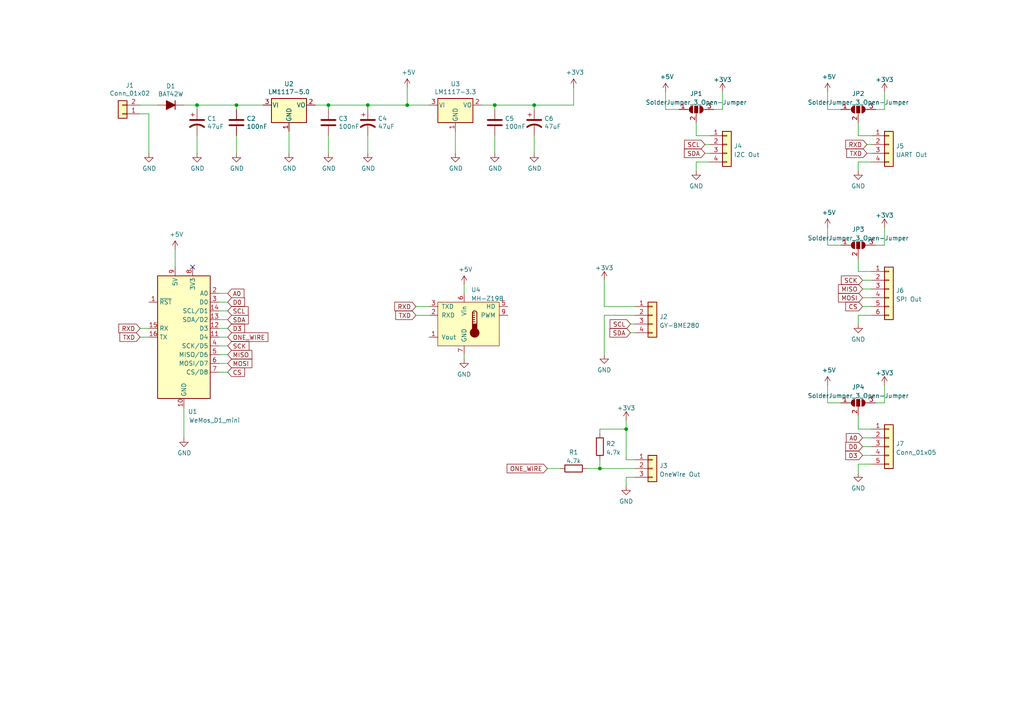
<source format=kicad_sch>
(kicad_sch (version 20211123) (generator eeschema)
  (paper "A4")
  (lib_symbols
    (symbol "Connector_Generic:Conn_01x02" (pin_names (offset 1.016) hide)
      (property "Reference" "J" (at 0 2.54 0))
      (property "Value" "Conn_01x02" (at 0 -5.08 0))
      (symbol "Conn_01x02_1_1"
        (rectangle (start -1.27 -2.413) (end 0 -2.667) (stroke (width 0.1524)))
        (rectangle (start -1.27 0.127) (end 0 -0.127) (stroke (width 0.1524)))
        (rectangle (start -1.27 1.27) (end 1.27 -3.81) (stroke (width 0.254)) (fill (type background)))
        (pin passive line (at -5.08 0 0) (length 3.81) (name "Pin_1") (number "1"))
        (pin passive line (at -5.08 -2.54 0) (length 3.81) (name "Pin_2") (number "2"))
      )
    )
    (symbol "Connector_Generic:Conn_01x03" (pin_names (offset 1.016) hide)
      (property "Reference" "J" (at 0 5.08 0))
      (property "Value" "Conn_01x03" (at 0 -5.08 0))
      (symbol "Conn_01x03_1_1"
        (rectangle (start -1.27 -2.413) (end 0 -2.667) (stroke (width 0.1524)))
        (rectangle (start -1.27 0.127) (end 0 -0.127) (stroke (width 0.1524)))
        (rectangle (start -1.27 2.667) (end 0 2.413) (stroke (width 0.1524)))
        (rectangle (start -1.27 3.81) (end 1.27 -3.81) (stroke (width 0.254)) (fill (type background)))
        (pin passive line (at -5.08 2.54 0) (length 3.81) (name "Pin_1") (number "1"))
        (pin passive line (at -5.08 0 0) (length 3.81) (name "Pin_2") (number "2"))
        (pin passive line (at -5.08 -2.54 0) (length 3.81) (name "Pin_3") (number "3"))
      )
    )
    (symbol "Connector_Generic:Conn_01x04" (pin_names (offset 1.016) hide)
      (property "Reference" "J" (at 0 5.08 0))
      (property "Value" "Conn_01x04" (at 0 -7.62 0))
      (symbol "Conn_01x04_1_1"
        (rectangle (start -1.27 -4.953) (end 0 -5.207) (stroke (width 0.1524)))
        (rectangle (start -1.27 -2.413) (end 0 -2.667) (stroke (width 0.1524)))
        (rectangle (start -1.27 0.127) (end 0 -0.127) (stroke (width 0.1524)))
        (rectangle (start -1.27 2.667) (end 0 2.413) (stroke (width 0.1524)))
        (rectangle (start -1.27 3.81) (end 1.27 -6.35) (stroke (width 0.254)) (fill (type background)))
        (pin passive line (at -5.08 2.54 0) (length 3.81) (name "Pin_1") (number "1"))
        (pin passive line (at -5.08 0 0) (length 3.81) (name "Pin_2") (number "2"))
        (pin passive line (at -5.08 -2.54 0) (length 3.81) (name "Pin_3") (number "3"))
        (pin passive line (at -5.08 -5.08 0) (length 3.81) (name "Pin_4") (number "4"))
      )
    )
    (symbol "Connector_Generic:Conn_01x05" (pin_names (offset 1.016) hide)
      (property "Reference" "J" (at 0 7.62 0))
      (property "Value" "Conn_01x05" (at 0 -7.62 0))
      (symbol "Conn_01x05_1_1"
        (rectangle (start -1.27 -4.953) (end 0 -5.207) (stroke (width 0.1524)))
        (rectangle (start -1.27 -2.413) (end 0 -2.667) (stroke (width 0.1524)))
        (rectangle (start -1.27 0.127) (end 0 -0.127) (stroke (width 0.1524)))
        (rectangle (start -1.27 2.667) (end 0 2.413) (stroke (width 0.1524)))
        (rectangle (start -1.27 5.207) (end 0 4.953) (stroke (width 0.1524)))
        (rectangle (start -1.27 6.35) (end 1.27 -6.35) (stroke (width 0.254)) (fill (type background)))
        (pin passive line (at -5.08 5.08 0) (length 3.81) (name "Pin_1") (number "1"))
        (pin passive line (at -5.08 2.54 0) (length 3.81) (name "Pin_2") (number "2"))
        (pin passive line (at -5.08 0 0) (length 3.81) (name "Pin_3") (number "3"))
        (pin passive line (at -5.08 -2.54 0) (length 3.81) (name "Pin_4") (number "4"))
        (pin passive line (at -5.08 -5.08 0) (length 3.81) (name "Pin_5") (number "5"))
      )
    )
    (symbol "Connector_Generic:Conn_01x06" (pin_names (offset 1.016) hide)
      (property "Reference" "J" (at 0 7.62 0))
      (property "Value" "Conn_01x06" (at 0 -10.16 0))
      (symbol "Conn_01x06_1_1"
        (rectangle (start -1.27 -7.493) (end 0 -7.747) (stroke (width 0.1524)))
        (rectangle (start -1.27 -4.953) (end 0 -5.207) (stroke (width 0.1524)))
        (rectangle (start -1.27 -2.413) (end 0 -2.667) (stroke (width 0.1524)))
        (rectangle (start -1.27 0.127) (end 0 -0.127) (stroke (width 0.1524)))
        (rectangle (start -1.27 2.667) (end 0 2.413) (stroke (width 0.1524)))
        (rectangle (start -1.27 5.207) (end 0 4.953) (stroke (width 0.1524)))
        (rectangle (start -1.27 6.35) (end 1.27 -8.89) (stroke (width 0.254)) (fill (type background)))
        (pin passive line (at -5.08 5.08 0) (length 3.81) (name "Pin_1") (number "1"))
        (pin passive line (at -5.08 2.54 0) (length 3.81) (name "Pin_2") (number "2"))
        (pin passive line (at -5.08 0 0) (length 3.81) (name "Pin_3") (number "3"))
        (pin passive line (at -5.08 -2.54 0) (length 3.81) (name "Pin_4") (number "4"))
        (pin passive line (at -5.08 -5.08 0) (length 3.81) (name "Pin_5") (number "5"))
        (pin passive line (at -5.08 -7.62 0) (length 3.81) (name "Pin_6") (number "6"))
      )
    )
    (symbol "Device:C" (pin_numbers hide) (pin_names (offset 0.254))
      (property "Reference" "C" (at 0.635 2.54 0))
      (property "Value" "C" (at 0.635 -2.54 0))
      (symbol "C_0_1"
        (polyline (pts (xy -2.032 -0.762) (xy 2.032 -0.762)) (stroke (width 0.508)))
        (polyline (pts (xy -2.032 0.762) (xy 2.032 0.762)) (stroke (width 0.508)))
      )
      (symbol "C_1_1"
        (pin passive line (at 0 3.81 270) (length 2.794) (name "~") (number "1"))
        (pin passive line (at 0 -3.81 90) (length 2.794) (name "~") (number "2"))
      )
    )
    (symbol "Device:R" (pin_numbers hide) (pin_names (offset 0))
      (property "Reference" "R" (at 2.032 0 90))
      (property "Value" "R" (at 0 0 90))
      (symbol "R_0_1"
        (rectangle (start -1.016 -2.54) (end 1.016 2.54) (stroke (width 0.254)))
      )
      (symbol "R_1_1"
        (pin passive line (at 0 3.81 270) (length 1.27) (name "~") (number "1"))
        (pin passive line (at 0 -3.81 90) (length 1.27) (name "~") (number "2"))
      )
    )
    (symbol "MCU_Module:WeMos_D1_mini"
      (property "Reference" "U" (at 3.81 19.05 0))
      (property "Value" "WeMos_D1_mini" (at 1.27 -19.05 0))
      (symbol "WeMos_D1_mini_1_1"
        (rectangle (start -7.62 17.78) (end 7.62 -17.78) (stroke (width 0.254)) (fill (type background)))
        (pin input line (at -10.16 10.16 0) (length 2.54) (name "~{RST}") (number "1"))
        (pin power_in line (at 0 -20.32 90) (length 2.54) (name "GND") (number "10"))
        (pin bidirectional line (at 10.16 0 180) (length 2.54) (name "D4") (number "11"))
        (pin bidirectional line (at 10.16 2.54 180) (length 2.54) (name "D3") (number "12"))
        (pin bidirectional line (at 10.16 5.08 180) (length 2.54) (name "SDA/D2") (number "13"))
        (pin bidirectional line (at 10.16 7.62 180) (length 2.54) (name "SCL/D1") (number "14"))
        (pin input line (at -10.16 2.54 0) (length 2.54) (name "RX") (number "15"))
        (pin output line (at -10.16 0 0) (length 2.54) (name "TX") (number "16"))
        (pin input line (at 10.16 12.7 180) (length 2.54) (name "A0") (number "2"))
        (pin bidirectional line (at 10.16 10.16 180) (length 2.54) (name "D0") (number "3"))
        (pin bidirectional line (at 10.16 -2.54 180) (length 2.54) (name "SCK/D5") (number "4"))
        (pin bidirectional line (at 10.16 -5.08 180) (length 2.54) (name "MISO/D6") (number "5"))
        (pin bidirectional line (at 10.16 -7.62 180) (length 2.54) (name "MOSI/D7") (number "6"))
        (pin bidirectional line (at 10.16 -10.16 180) (length 2.54) (name "CS/D8") (number "7"))
        (pin power_out line (at 2.54 20.32 270) (length 2.54) (name "3V3") (number "8"))
        (pin power_in line (at -2.54 20.32 270) (length 2.54) (name "5V") (number "9"))
      )
    )
    (symbol "Regulator_Linear:LM1117-3.3" (pin_names (offset 0.254))
      (property "Reference" "U" (at -3.81 3.175 0))
      (property "Value" "LM1117-3.3" (at 0 3.175 0))
      (symbol "LM1117-3.3_0_1"
        (rectangle (start -5.08 -5.08) (end 5.08 1.905) (stroke (width 0.254)) (fill (type background)))
      )
      (symbol "LM1117-3.3_1_1"
        (pin power_in line (at 0 -7.62 90) (length 2.54) (name "GND") (number "1"))
        (pin power_out line (at 7.62 0 180) (length 2.54) (name "VO") (number "2"))
        (pin power_in line (at -7.62 0 0) (length 2.54) (name "VI") (number "3"))
      )
    )
    (symbol "Regulator_Linear:LM1117-5.0" (pin_names (offset 0.254))
      (property "Reference" "U" (at -3.81 3.175 0))
      (property "Value" "LM1117-5.0" (at 0 3.175 0))
      (symbol "LM1117-5.0_0_1"
        (rectangle (start -5.08 -5.08) (end 5.08 1.905) (stroke (width 0.254)) (fill (type background)))
      )
      (symbol "LM1117-5.0_1_1"
        (pin power_in line (at 0 -7.62 90) (length 2.54) (name "GND") (number "1"))
        (pin power_out line (at 7.62 0 180) (length 2.54) (name "VO") (number "2"))
        (pin power_in line (at -7.62 0 0) (length 2.54) (name "VI") (number "3"))
      )
    )
    (symbol "esp8266-homenode-rescue:CP1-Device" (pin_numbers hide) (pin_names (offset 0.254) hide)
      (property "Reference" "C" (at 0.635 2.54 0))
      (property "Value" "CP1-Device" (at 0.635 -2.54 0))
      (symbol "CP1-Device_0_1"
        (polyline (pts (xy -2.032 0.762) (xy 2.032 0.762)) (stroke (width 0.508)))
        (polyline (pts (xy -1.778 2.286) (xy -0.762 2.286)))
        (polyline (pts (xy -1.27 1.778) (xy -1.27 2.794)))
        (arc (start 2.032 -1.27) (mid 0 -0.5572) (end -2.032 -1.27) (stroke (width 0.508)))
      )
      (symbol "CP1-Device_1_1"
        (pin passive line (at 0 3.81 270) (length 2.794) (name "~") (number "1"))
        (pin passive line (at 0 -3.81 90) (length 3.302) (name "~") (number "2"))
      )
    )
    (symbol "esp8266-homenode-rescue:D_ALT-Device" (pin_numbers hide) (pin_names (offset 1.016) hide)
      (property "Reference" "D" (at 0 2.54 0))
      (property "Value" "D_ALT-Device" (at 0 -2.54 0))
      (symbol "D_ALT-Device_0_1"
        (polyline (pts (xy -1.27 1.27) (xy -1.27 -1.27)) (stroke (width 0.254)))
        (polyline (pts (xy 1.27 0) (xy -1.27 0)))
        (polyline (pts (xy 1.27 1.27) (xy 1.27 -1.27) (xy -1.27 0) (xy 1.27 1.27)) (stroke (width 0.254)) (fill (type outline)))
      )
      (symbol "D_ALT-Device_1_1"
        (pin passive line (at -3.81 0 0) (length 2.54) (name "K") (number "1"))
        (pin passive line (at 3.81 0 180) (length 2.54) (name "A") (number "2"))
      )
    )
    (symbol "esp8266-homenode-rescue:SolderJumper_3_Open-Jumper" (pin_names (offset 0) hide)
      (property "Reference" "JP" (at -2.54 -2.54 0))
      (property "Value" "SolderJumper_3_Open-Jumper" (at 0 2.794 0))
      (symbol "SolderJumper_3_Open-Jumper_0_1"
        (arc (start -1.016 1.016) (mid -2.032 0) (end -1.016 -1.016))
        (arc (start -1.016 1.016) (mid -2.032 0) (end -1.016 -1.016) (fill (type outline)))
        (rectangle (start -0.508 1.016) (end 0.508 -1.016) (fill (type outline)))
        (polyline (pts (xy -2.54 0) (xy -2.032 0)))
        (polyline (pts (xy -1.016 1.016) (xy -1.016 -1.016)))
        (polyline (pts (xy 0 -1.27) (xy 0 -1.016)))
        (polyline (pts (xy 1.016 1.016) (xy 1.016 -1.016)))
        (polyline (pts (xy 2.54 0) (xy 2.032 0)))
        (arc (start 1.016 -1.016) (mid 2.032 0) (end 1.016 1.016))
        (arc (start 1.016 -1.016) (mid 2.032 0) (end 1.016 1.016) (fill (type outline)))
      )
      (symbol "SolderJumper_3_Open-Jumper_1_1"
        (pin passive line (at -5.08 0 0) (length 2.54) (name "A") (number "1"))
        (pin input line (at 0 -3.81 90) (length 2.54) (name "C") (number "2"))
        (pin passive line (at 5.08 0 180) (length 2.54) (name "B") (number "3"))
      )
    )
    (symbol "mh_z19b:MH-Z19B" (pin_names (offset 1.016))
      (property "Reference" "U" (at -6.35 7.62 0))
      (property "Value" "MH-Z19B" (at 5.08 7.62 0))
      (symbol "MH-Z19B_0_1"
        (rectangle (start 10.16 -6.35) (end -7.62 6.35) (fill (type background)))
      )
      (symbol "MH-Z19B_1_1"
        (polyline (pts (xy 2.413 0.635) (xy 3.048 0.635)) (stroke (width 0.254)))
        (polyline (pts (xy 2.413 1.27) (xy 3.048 1.27)) (stroke (width 0.254)))
        (polyline (pts (xy 2.413 1.905) (xy 3.048 1.905)) (stroke (width 0.254)))
        (polyline (pts (xy 2.413 2.54) (xy 3.048 2.54)) (stroke (width 0.254)))
        (polyline (pts (xy 2.413 3.175) (xy 2.413 0)) (stroke (width 0.254)))
        (polyline (pts (xy 2.413 3.175) (xy 3.048 3.175)) (stroke (width 0.254)))
        (polyline (pts (xy 3.683 3.175) (xy 3.683 0)) (stroke (width 0.254)))
        (circle (center 3.048 -2.54) (radius 1.27) (stroke (width 0.254)) (fill (type outline)))
        (rectangle (start 3.683 -1.905) (end 2.413 0) (stroke (width 0.254)) (fill (type outline)))
        (arc (start 3.683 3.175) (mid 3.048 3.81) (end 2.413 3.175) (stroke (width 0.254)))
        (pin power_out line (at -10.16 -3.81 0) (length 2.54) (name "Vout") (number "1"))
        (pin input line (at -10.16 2.54 0) (length 2.54) (name "RXD") (number "2"))
        (pin output line (at -10.16 5.08 0) (length 2.54) (name "TXD") (number "3"))
        (pin passive line (at 12.7 -3.81 180) (length 2.54) hide (name "SR") (number "4"))
        (pin passive line (at 12.7 5.08 180) (length 2.54) (name "HD") (number "5"))
        (pin power_in line (at 0 8.89 270) (length 2.54) (name "Vin") (number "6"))
        (pin passive line (at 0 -8.89 90) (length 2.54) (name "GND") (number "7"))
        (pin passive line (at 12.7 -1.27 180) (length 2.54) hide (name "A0T") (number "8"))
        (pin passive line (at 12.7 2.54 180) (length 2.54) (name "PWM") (number "9"))
      )
    )
    (symbol "power:+3.3V" (power) (pin_names (offset 0))
      (property "Value" "+3.3V" (at 0 3.556 0))
      (symbol "+3.3V_0_1"
        (polyline (pts (xy -0.762 1.27) (xy 0 2.54)))
        (polyline (pts (xy 0 0) (xy 0 2.54)))
        (polyline (pts (xy 0 2.54) (xy 0.762 1.27)))
      )
      (symbol "+3.3V_1_1"
        (pin power_in line (at 0 0 90) (length 0) hide (name "+3V3") (number "1"))
      )
    )
    (symbol "power:+5V" (power) (pin_names (offset 0))
      (property "Value" "+5V" (at 0 3.556 0))
      (symbol "+5V_0_1"
        (polyline (pts (xy -0.762 1.27) (xy 0 2.54)))
        (polyline (pts (xy 0 0) (xy 0 2.54)))
        (polyline (pts (xy 0 2.54) (xy 0.762 1.27)))
      )
      (symbol "+5V_1_1"
        (pin power_in line (at 0 0 90) (length 0) hide (name "+5V") (number "1"))
      )
    )
    (symbol "power:GND" (power) (pin_names (offset 0))
      (property "Value" "GND" (at 0 -3.81 0))
      (symbol "GND_0_1"
        (polyline (pts (xy 0 0) (xy 0 -1.27) (xy 1.27 -1.27) (xy 0 -2.54) (xy -1.27 -1.27) (xy 0 -1.27)))
      )
      (symbol "GND_1_1"
        (pin power_in line (at 0 0 270) (length 0) hide (name "GND") (number "1"))
      )
    )
  )
  (junction (at 95.25 30.48))
  (junction (at 181.61 124.46))
  (junction (at 173.99 135.89))
  (junction (at 57.15 30.48))
  (junction (at 143.51 30.48))
  (junction (at 68.58 30.48))
  (junction (at 154.94 30.48))
  (junction (at 106.68 30.48))
  (junction (at 118.11 30.48))
  (no_connect (at 55.88 77.47))
  (wire (pts (xy 57.15 31.75) (xy 57.15 30.48)))
  (wire (pts (xy 83.82 38.1) (xy 83.82 44.45)))
  (wire (pts (xy 118.11 30.48) (xy 118.11 25.4)))
  (wire (pts (xy 106.68 31.75) (xy 106.68 30.48)))
  (wire (pts (xy 175.26 91.44) (xy 175.26 102.87)))
  (wire (pts (xy 248.92 91.44) (xy 252.73 91.44)))
  (wire (pts (xy 63.5 107.95) (xy 66.04 107.95)))
  (wire (pts (xy 63.5 95.25) (xy 66.04 95.25)))
  (wire (pts (xy 158.75 135.89) (xy 162.56 135.89)))
  (wire (pts (xy 248.92 46.99) (xy 252.73 46.99)))
  (wire (pts (xy 250.19 132.08) (xy 252.73 132.08)))
  (wire (pts (xy 254 31.75) (xy 256.54 31.75)))
  (wire (pts (xy 68.58 31.75) (xy 68.58 30.48)))
  (wire (pts (xy 193.04 26.67) (xy 193.04 31.75)))
  (wire (pts (xy 68.58 39.37) (xy 68.58 44.45)))
  (wire (pts (xy 204.47 44.45) (xy 205.74 44.45)))
  (wire (pts (xy 57.15 39.37) (xy 57.15 44.45)))
  (wire (pts (xy 254 116.84) (xy 256.54 116.84)))
  (wire (pts (xy 139.7 30.48) (xy 143.51 30.48)))
  (wire (pts (xy 57.15 30.48) (xy 68.58 30.48)))
  (wire (pts (xy 248.92 120.65) (xy 248.92 124.46)))
  (wire (pts (xy 181.61 138.43) (xy 184.15 138.43)))
  (wire (pts (xy 132.08 38.1) (xy 132.08 44.45)))
  (wire (pts (xy 184.15 91.44) (xy 175.26 91.44)))
  (wire (pts (xy 120.65 88.9) (xy 124.46 88.9)))
  (wire (pts (xy 243.84 71.12) (xy 240.03 71.12)))
  (wire (pts (xy 63.5 87.63) (xy 66.04 87.63)))
  (wire (pts (xy 250.19 81.28) (xy 252.73 81.28)))
  (wire (pts (xy 143.51 39.37) (xy 143.51 44.45)))
  (wire (pts (xy 243.84 31.75) (xy 240.03 31.75)))
  (wire (pts (xy 256.54 71.12) (xy 256.54 66.04)))
  (wire (pts (xy 173.99 133.35) (xy 173.99 135.89)))
  (wire (pts (xy 248.92 35.56) (xy 248.92 39.37)))
  (wire (pts (xy 251.46 44.45) (xy 252.73 44.45)))
  (wire (pts (xy 63.5 100.33) (xy 66.04 100.33)))
  (wire (pts (xy 53.34 118.11) (xy 53.34 127)))
  (wire (pts (xy 248.92 74.93) (xy 248.92 78.74)))
  (wire (pts (xy 166.37 30.48) (xy 166.37 25.4)))
  (wire (pts (xy 106.68 30.48) (xy 118.11 30.48)))
  (wire (pts (xy 154.94 31.75) (xy 154.94 30.48)))
  (wire (pts (xy 250.19 86.36) (xy 252.73 86.36)))
  (wire (pts (xy 43.18 33.02) (xy 43.18 44.45)))
  (wire (pts (xy 248.92 93.98) (xy 248.92 91.44)))
  (wire (pts (xy 40.64 97.79) (xy 43.18 97.79)))
  (wire (pts (xy 118.11 30.48) (xy 124.46 30.48)))
  (wire (pts (xy 248.92 137.16) (xy 248.92 134.62)))
  (wire (pts (xy 40.64 33.02) (xy 43.18 33.02)))
  (wire (pts (xy 63.5 92.71) (xy 66.04 92.71)))
  (wire (pts (xy 250.19 88.9) (xy 252.73 88.9)))
  (wire (pts (xy 251.46 41.91) (xy 252.73 41.91)))
  (wire (pts (xy 254 71.12) (xy 256.54 71.12)))
  (wire (pts (xy 250.19 83.82) (xy 252.73 83.82)))
  (wire (pts (xy 182.88 96.52) (xy 184.15 96.52)))
  (wire (pts (xy 40.64 95.25) (xy 43.18 95.25)))
  (wire (pts (xy 63.5 85.09) (xy 66.04 85.09)))
  (wire (pts (xy 134.62 82.55) (xy 134.62 85.09)))
  (wire (pts (xy 248.92 134.62) (xy 252.73 134.62)))
  (wire (pts (xy 143.51 31.75) (xy 143.51 30.48)))
  (wire (pts (xy 173.99 135.89) (xy 184.15 135.89)))
  (wire (pts (xy 201.93 49.53) (xy 201.93 46.99)))
  (wire (pts (xy 181.61 121.92) (xy 181.61 124.46)))
  (wire (pts (xy 173.99 124.46) (xy 181.61 124.46)))
  (wire (pts (xy 201.93 35.56) (xy 201.93 39.37)))
  (wire (pts (xy 209.55 31.75) (xy 209.55 26.67)))
  (wire (pts (xy 252.73 78.74) (xy 248.92 78.74)))
  (wire (pts (xy 175.26 81.28) (xy 175.26 88.9)))
  (wire (pts (xy 154.94 30.48) (xy 166.37 30.48)))
  (wire (pts (xy 106.68 39.37) (xy 106.68 44.45)))
  (wire (pts (xy 205.74 39.37) (xy 201.93 39.37)))
  (wire (pts (xy 40.64 30.48) (xy 45.72 30.48)))
  (wire (pts (xy 53.34 30.48) (xy 57.15 30.48)))
  (wire (pts (xy 173.99 125.73) (xy 173.99 124.46)))
  (wire (pts (xy 240.03 66.04) (xy 240.03 71.12)))
  (wire (pts (xy 50.8 77.47) (xy 50.8 72.39)))
  (wire (pts (xy 250.19 129.54) (xy 252.73 129.54)))
  (wire (pts (xy 248.92 49.53) (xy 248.92 46.99)))
  (wire (pts (xy 154.94 39.37) (xy 154.94 44.45)))
  (wire (pts (xy 201.93 46.99) (xy 205.74 46.99)))
  (wire (pts (xy 250.19 127) (xy 252.73 127)))
  (wire (pts (xy 95.25 39.37) (xy 95.25 44.45)))
  (wire (pts (xy 120.65 91.44) (xy 124.46 91.44)))
  (wire (pts (xy 170.18 135.89) (xy 173.99 135.89)))
  (wire (pts (xy 134.62 102.87) (xy 134.62 104.14)))
  (wire (pts (xy 196.85 31.75) (xy 193.04 31.75)))
  (wire (pts (xy 91.44 30.48) (xy 95.25 30.48)))
  (wire (pts (xy 143.51 30.48) (xy 154.94 30.48)))
  (wire (pts (xy 207.01 31.75) (xy 209.55 31.75)))
  (wire (pts (xy 63.5 90.17) (xy 66.04 90.17)))
  (wire (pts (xy 63.5 105.41) (xy 66.04 105.41)))
  (wire (pts (xy 63.5 102.87) (xy 66.04 102.87)))
  (wire (pts (xy 243.84 116.84) (xy 240.03 116.84)))
  (wire (pts (xy 182.88 93.98) (xy 184.15 93.98)))
  (wire (pts (xy 240.03 26.67) (xy 240.03 31.75)))
  (wire (pts (xy 181.61 133.35) (xy 184.15 133.35)))
  (wire (pts (xy 95.25 30.48) (xy 106.68 30.48)))
  (wire (pts (xy 256.54 116.84) (xy 256.54 111.76)))
  (wire (pts (xy 63.5 97.79) (xy 66.04 97.79)))
  (wire (pts (xy 68.58 30.48) (xy 76.2 30.48)))
  (wire (pts (xy 240.03 111.76) (xy 240.03 116.84)))
  (wire (pts (xy 181.61 124.46) (xy 181.61 133.35)))
  (wire (pts (xy 256.54 31.75) (xy 256.54 26.67)))
  (wire (pts (xy 181.61 140.97) (xy 181.61 138.43)))
  (wire (pts (xy 204.47 41.91) (xy 205.74 41.91)))
  (wire (pts (xy 184.15 88.9) (xy 175.26 88.9)))
  (wire (pts (xy 95.25 31.75) (xy 95.25 30.48)))
  (wire (pts (xy 252.73 39.37) (xy 248.92 39.37)))
  (wire (pts (xy 252.73 124.46) (xy 248.92 124.46)))
  (global_label "D0" (shape input) (at 66.04 87.63 0) (property "Intersheet References" "${INTERSHEET_REFS}" (effects hide)))
  (global_label "MISO" (shape input) (at 250.19 83.82 180) (property "Intersheet References" "${INTERSHEET_REFS}" (effects hide)))
  (global_label "ONE_WIRE" (shape input) (at 66.04 97.79 0) (property "Intersheet References" "${INTERSHEET_REFS}" (effects hide)))
  (global_label "D0" (shape input) (at 250.19 129.54 180) (property "Intersheet References" "${INTERSHEET_REFS}" (effects hide)))
  (global_label "ONE_WIRE" (shape input) (at 158.75 135.89 180) (property "Intersheet References" "${INTERSHEET_REFS}" (effects hide)))
  (global_label "SDA" (shape input) (at 66.04 92.71 0) (property "Intersheet References" "${INTERSHEET_REFS}" (effects hide)))
  (global_label "D3" (shape input) (at 66.04 95.25 0) (property "Intersheet References" "${INTERSHEET_REFS}" (effects hide)))
  (global_label "D3" (shape input) (at 250.19 132.08 180) (property "Intersheet References" "${INTERSHEET_REFS}" (effects hide)))
  (global_label "MOSI" (shape input) (at 250.19 86.36 180) (property "Intersheet References" "${INTERSHEET_REFS}" (effects hide)))
  (global_label "A0" (shape input) (at 66.04 85.09 0) (property "Intersheet References" "${INTERSHEET_REFS}" (effects hide)))
  (global_label "SCL" (shape input) (at 182.88 93.98 180) (property "Intersheet References" "${INTERSHEET_REFS}" (effects hide)))
  (global_label "SCL" (shape input) (at 204.47 41.91 180) (property "Intersheet References" "${INTERSHEET_REFS}" (effects hide)))
  (global_label "CS" (shape input) (at 66.04 107.95 0) (property "Intersheet References" "${INTERSHEET_REFS}" (effects hide)))
  (global_label "SDA" (shape input) (at 182.88 96.52 180) (property "Intersheet References" "${INTERSHEET_REFS}" (effects hide)))
  (global_label "RXD" (shape input) (at 120.65 88.9 180) (property "Intersheet References" "${INTERSHEET_REFS}" (effects hide)))
  (global_label "TXD" (shape input) (at 120.65 91.44 180) (property "Intersheet References" "${INTERSHEET_REFS}" (effects hide)))
  (global_label "A0" (shape input) (at 250.19 127 180) (property "Intersheet References" "${INTERSHEET_REFS}" (effects hide)))
  (global_label "MOSI" (shape input) (at 66.04 105.41 0) (property "Intersheet References" "${INTERSHEET_REFS}" (effects hide)))
  (global_label "RXD" (shape input) (at 40.64 95.25 180) (property "Intersheet References" "${INTERSHEET_REFS}" (effects hide)))
  (global_label "SCK" (shape input) (at 250.19 81.28 180) (property "Intersheet References" "${INTERSHEET_REFS}" (effects hide)))
  (global_label "CS" (shape input) (at 250.19 88.9 180) (property "Intersheet References" "${INTERSHEET_REFS}" (effects hide)))
  (global_label "RXD" (shape input) (at 251.46 41.91 180) (property "Intersheet References" "${INTERSHEET_REFS}" (effects hide)))
  (global_label "TXD" (shape input) (at 40.64 97.79 180) (property "Intersheet References" "${INTERSHEET_REFS}" (effects hide)))
  (global_label "SCL" (shape input) (at 66.04 90.17 0) (property "Intersheet References" "${INTERSHEET_REFS}" (effects hide)))
  (global_label "TXD" (shape input) (at 251.46 44.45 180) (property "Intersheet References" "${INTERSHEET_REFS}" (effects hide)))
  (global_label "SDA" (shape input) (at 204.47 44.45 180) (property "Intersheet References" "${INTERSHEET_REFS}" (effects hide)))
  (global_label "SCK" (shape input) (at 66.04 100.33 0) (property "Intersheet References" "${INTERSHEET_REFS}" (effects hide)))
  (global_label "MISO" (shape input) (at 66.04 102.87 0) (property "Intersheet References" "${INTERSHEET_REFS}" (effects hide)))
  (symbol (lib_id "MCU_Module:WeMos_D1_mini") (at 53.34 97.79 0) (unit 1)
    (property "Reference" "U1" (at 55.88 119.38 0))
    (property "Value" "WeMos_D1_mini" (at 62.23 121.92 0))
    (property "Footprint" "Module:WEMOS_D1_mini_light" (effects hide))
    (property "Datasheet" "https://wiki.wemos.cc/products:d1:d1_mini#documentation" (effects hide))
  )
  (symbol (lib_id "power:GND") (at 53.34 127 0) (unit 1)
    (property "Reference" "#PWR03" (effects hide))
    (property "Value" "GND" (at 53.467 131.3942 0))
  )
  (symbol (lib_id "esp8266-homenode-rescue:D_ALT-Device") (at 49.53 30.48 180) (unit 1)
    (property "Reference" "D1" (at 49.53 24.9682 0))
    (property "Value" "BAT42W" (at 49.53 27.2796 0))
    (property "Footprint" "Diode_SMD:D_SOD-123" (effects hide))
  )
  (symbol (lib_id "power:GND") (at 43.18 44.45 0) (unit 1)
    (property "Reference" "#PWR01" (effects hide))
    (property "Value" "GND" (at 43.307 48.8442 0))
  )
  (symbol (lib_id "Regulator_Linear:LM1117-5.0") (at 83.82 30.48 0) (unit 1)
    (property "Reference" "U2" (at 83.82 24.3332 0))
    (property "Value" "LM1117-5.0" (at 83.82 26.6446 0))
    (property "Footprint" "Package_TO_SOT_SMD:SOT-223-3_TabPin2" (effects hide))
    (property "Datasheet" "http://www.ti.com/lit/ds/symlink/lm1117.pdf" (effects hide))
  )
  (symbol (lib_id "esp8266-homenode-rescue:CP1-Device") (at 57.15 35.56 0) (unit 1)
    (property "Reference" "C1" (at 60.071 34.3916 0) (effects (justify left)))
    (property "Value" "47uF" (at 60.071 36.703 0) (effects (justify left)))
    (property "Footprint" "Capacitor_SMD:CP_Elec_4x5.4" (effects hide))
  )
  (symbol (lib_id "Device:C") (at 68.58 35.56 0) (unit 1)
    (property "Reference" "C2" (at 71.501 34.3916 0) (effects (justify left)))
    (property "Value" "100nF" (at 71.501 36.703 0) (effects (justify left)))
    (property "Footprint" "Capacitor_SMD:C_0603_1608Metric" (effects hide))
  )
  (symbol (lib_id "Device:C") (at 95.25 35.56 0) (unit 1)
    (property "Reference" "C3" (at 98.171 34.3916 0) (effects (justify left)))
    (property "Value" "100nF" (at 98.171 36.703 0) (effects (justify left)))
    (property "Footprint" "Capacitor_SMD:C_0603_1608Metric" (effects hide))
  )
  (symbol (lib_id "esp8266-homenode-rescue:CP1-Device") (at 106.68 35.56 0) (unit 1)
    (property "Reference" "C4" (at 109.601 34.3916 0) (effects (justify left)))
    (property "Value" "47uF" (at 109.601 36.703 0) (effects (justify left)))
    (property "Footprint" "Capacitor_SMD:CP_Elec_4x5.4" (effects hide))
  )
  (symbol (lib_id "power:GND") (at 57.15 44.45 0) (unit 1)
    (property "Reference" "#PWR04" (effects hide))
    (property "Value" "GND" (at 57.277 48.8442 0))
  )
  (symbol (lib_id "power:GND") (at 68.58 44.45 0) (unit 1)
    (property "Reference" "#PWR05" (effects hide))
    (property "Value" "GND" (at 68.707 48.8442 0))
  )
  (symbol (lib_id "power:GND") (at 83.82 44.45 0) (unit 1)
    (property "Reference" "#PWR06" (effects hide))
    (property "Value" "GND" (at 83.947 48.8442 0))
  )
  (symbol (lib_id "power:GND") (at 95.25 44.45 0) (unit 1)
    (property "Reference" "#PWR07" (effects hide))
    (property "Value" "GND" (at 95.377 48.8442 0))
  )
  (symbol (lib_id "power:GND") (at 106.68 44.45 0) (unit 1)
    (property "Reference" "#PWR08" (effects hide))
    (property "Value" "GND" (at 106.807 48.8442 0))
  )
  (symbol (lib_id "power:+5V") (at 118.11 25.4 0) (unit 1)
    (property "Reference" "#PWR09" (effects hide))
    (property "Value" "+5V" (at 118.491 21.0058 0))
  )
  (symbol (lib_id "Connector_Generic:Conn_01x02") (at 35.56 33.02 180) (unit 1)
    (property "Reference" "J1" (at 37.6428 24.765 0))
    (property "Value" "Conn_01x02" (at 37.6428 27.0764 0))
    (property "Footprint" "TerminalBlock:TerminalBlock_bornier-2_P5.08mm" (effects hide))
  )
  (symbol (lib_id "power:+5V") (at 50.8 72.39 0) (unit 1)
    (property "Reference" "#PWR02" (effects hide))
    (property "Value" "+5V" (at 51.181 67.9958 0))
  )
  (symbol (lib_id "Regulator_Linear:LM1117-3.3") (at 132.08 30.48 0) (unit 1)
    (property "Reference" "U3" (at 132.08 24.3332 0))
    (property "Value" "LM1117-3.3" (at 132.08 26.6446 0))
    (property "Footprint" "Package_TO_SOT_SMD:SOT-223-3_TabPin2" (effects hide))
    (property "Datasheet" "http://www.ti.com/lit/ds/symlink/lm1117.pdf" (effects hide))
  )
  (symbol (lib_id "Device:C") (at 143.51 35.56 0) (unit 1)
    (property "Reference" "C5" (at 146.431 34.3916 0) (effects (justify left)))
    (property "Value" "100nF" (at 146.431 36.703 0) (effects (justify left)))
    (property "Footprint" "Capacitor_SMD:C_0603_1608Metric" (effects hide))
  )
  (symbol (lib_id "esp8266-homenode-rescue:CP1-Device") (at 154.94 35.56 0) (unit 1)
    (property "Reference" "C6" (at 157.861 34.3916 0) (effects (justify left)))
    (property "Value" "47uF" (at 157.861 36.703 0) (effects (justify left)))
    (property "Footprint" "Capacitor_SMD:CP_Elec_4x5.4" (effects hide))
  )
  (symbol (lib_id "power:GND") (at 143.51 44.45 0) (unit 1)
    (property "Reference" "#PWR013" (effects hide))
    (property "Value" "GND" (at 143.637 48.8442 0))
  )
  (symbol (lib_id "power:GND") (at 154.94 44.45 0) (unit 1)
    (property "Reference" "#PWR014" (effects hide))
    (property "Value" "GND" (at 155.067 48.8442 0))
  )
  (symbol (lib_id "power:GND") (at 132.08 44.45 0) (unit 1)
    (property "Reference" "#PWR010" (effects hide))
    (property "Value" "GND" (at 132.207 48.8442 0))
  )
  (symbol (lib_id "power:+3.3V") (at 166.37 25.4 0) (unit 1)
    (property "Reference" "#PWR015" (effects hide))
    (property "Value" "+3.3V" (at 166.751 21.0058 0))
  )
  (symbol (lib_id "power:GND") (at 248.92 93.98 0) (unit 1)
    (property "Reference" "#PWR027" (effects hide))
    (property "Value" "GND" (at 248.92 98.4234 0))
  )
  (symbol (lib_id "Connector_Generic:Conn_01x05") (at 257.81 129.54 0) (unit 1)
    (property "Reference" "J7" (at 259.842 128.7053 0) (effects (justify left)))
    (property "Value" "Conn_01x05" (at 259.842 131.2422 0) (effects (justify left)))
    (property "Footprint" "Connector_PinHeader_2.54mm:PinHeader_1x05_P2.54mm_Vertical" (effects hide))
  )
  (symbol (lib_id "power:+3.3V") (at 175.26 81.28 0) (unit 1)
    (property "Reference" "#PWR016" (effects hide))
    (property "Value" "+3.3V" (at 175.26 77.7042 0))
  )
  (symbol (lib_id "Connector_Generic:Conn_01x04") (at 189.23 91.44 0) (unit 1)
    (property "Reference" "J2" (at 191.262 91.8753 0) (effects (justify left)))
    (property "Value" "GY-BME280" (at 191.262 94.4122 0) (effects (justify left)))
    (property "Footprint" "Connector_PinHeader_2.54mm:PinHeader_1x04_P2.54mm_Vertical" (effects hide))
  )
  (symbol (lib_id "Device:R") (at 173.99 129.54 0) (unit 1)
    (property "Reference" "R2" (at 175.768 128.7053 0) (effects (justify left)))
    (property "Value" "4.7k" (at 175.768 131.2422 0) (effects (justify left)))
    (property "Footprint" "Resistor_SMD:R_0603_1608Metric_Pad0.98x0.95mm_HandSolder" (effects hide))
  )
  (symbol (lib_id "esp8266-homenode-rescue:SolderJumper_3_Open-Jumper") (at 248.92 31.75 0) (unit 1)
    (property "Reference" "JP2" (at 248.92 27.1612 0))
    (property "Value" "SolderJumper_3_Open-Jumper" (at 248.92 29.6981 0))
    (property "Footprint" "Jumper:SolderJumper-3_P1.3mm_Open_RoundedPad1.0x1.5mm" (effects hide))
  )
  (symbol (lib_id "power:GND") (at 181.61 140.97 0) (unit 1)
    (property "Reference" "#PWR019" (effects hide))
    (property "Value" "GND" (at 181.61 145.4134 0))
  )
  (symbol (lib_id "Connector_Generic:Conn_01x06") (at 257.81 83.82 0) (unit 1)
    (property "Reference" "J6" (at 259.842 84.2553 0) (effects (justify left)))
    (property "Value" "SPI Out" (at 259.842 86.7922 0) (effects (justify left)))
    (property "Footprint" "Connector_PinHeader_2.54mm:PinHeader_1x06_P2.54mm_Vertical" (effects hide))
  )
  (symbol (lib_id "power:+3.3V") (at 256.54 26.67 0) (unit 1)
    (property "Reference" "#PWR029" (effects hide))
    (property "Value" "+3.3V" (at 256.54 23.0942 0))
  )
  (symbol (lib_id "Connector_Generic:Conn_01x04") (at 210.82 41.91 0) (unit 1)
    (property "Reference" "J4" (at 212.852 42.3453 0) (effects (justify left)))
    (property "Value" "I2C Out" (at 212.852 44.8822 0) (effects (justify left)))
    (property "Footprint" "Connector_PinHeader_2.54mm:PinHeader_1x04_P2.54mm_Vertical" (effects hide))
  )
  (symbol (lib_id "Connector_Generic:Conn_01x04") (at 257.81 41.91 0) (unit 1)
    (property "Reference" "J5" (at 259.842 42.3453 0) (effects (justify left)))
    (property "Value" "UART Out" (at 259.842 44.8822 0) (effects (justify left)))
    (property "Footprint" "Connector_PinHeader_2.54mm:PinHeader_1x04_P2.54mm_Vertical" (effects hide))
  )
  (symbol (lib_id "power:GND") (at 248.92 137.16 0) (unit 1)
    (property "Reference" "#PWR028" (effects hide))
    (property "Value" "GND" (at 248.92 141.6034 0))
  )
  (symbol (lib_id "power:+5V") (at 240.03 66.04 0) (unit 1)
    (property "Reference" "#PWR024" (effects hide))
    (property "Value" "+5V" (at 240.411 61.6458 0))
  )
  (symbol (lib_id "Device:R") (at 166.37 135.89 90) (unit 1)
    (property "Reference" "R1" (at 166.37 131.1742 90))
    (property "Value" "4.7k" (at 166.37 133.7111 90))
    (property "Footprint" "Resistor_SMD:R_0603_1608Metric_Pad0.98x0.95mm_HandSolder" (effects hide))
  )
  (symbol (lib_id "power:+3.3V") (at 209.55 26.67 0) (unit 1)
    (property "Reference" "#PWR022" (effects hide))
    (property "Value" "+3.3V" (at 209.55 23.0942 0))
  )
  (symbol (lib_id "power:GND") (at 134.62 104.14 0) (unit 1)
    (property "Reference" "#PWR012" (effects hide))
    (property "Value" "GND" (at 134.62 108.5834 0))
  )
  (symbol (lib_id "esp8266-homenode-rescue:SolderJumper_3_Open-Jumper") (at 248.92 71.12 0) (unit 1)
    (property "Reference" "JP3" (at 248.92 66.5312 0))
    (property "Value" "SolderJumper_3_Open-Jumper" (at 248.92 69.0681 0))
    (property "Footprint" "Jumper:SolderJumper-3_P1.3mm_Open_RoundedPad1.0x1.5mm" (effects hide))
  )
  (symbol (lib_id "esp8266-homenode-rescue:SolderJumper_3_Open-Jumper") (at 201.93 31.75 0) (unit 1)
    (property "Reference" "JP1" (at 201.93 27.1612 0))
    (property "Value" "SolderJumper_3_Open-Jumper" (at 201.93 29.6981 0))
    (property "Footprint" "Jumper:SolderJumper-3_P1.3mm_Open_RoundedPad1.0x1.5mm" (effects hide))
  )
  (symbol (lib_id "power:+5V") (at 240.03 111.76 0) (unit 1)
    (property "Reference" "#PWR025" (effects hide))
    (property "Value" "+5V" (at 240.411 107.3658 0))
  )
  (symbol (lib_id "power:+5V") (at 193.04 26.67 0) (unit 1)
    (property "Reference" "#PWR020" (effects hide))
    (property "Value" "+5V" (at 193.421 22.2758 0))
  )
  (symbol (lib_id "power:+3.3V") (at 256.54 111.76 0) (unit 1)
    (property "Reference" "#PWR031" (effects hide))
    (property "Value" "+3.3V" (at 256.54 108.1842 0))
  )
  (symbol (lib_id "esp8266-homenode-rescue:SolderJumper_3_Open-Jumper") (at 248.92 116.84 0) (unit 1)
    (property "Reference" "JP4" (at 248.92 112.2512 0))
    (property "Value" "SolderJumper_3_Open-Jumper" (at 248.92 114.7881 0))
    (property "Footprint" "Jumper:SolderJumper-3_P1.3mm_Open_RoundedPad1.0x1.5mm" (effects hide))
  )
  (symbol (lib_id "power:GND") (at 175.26 102.87 0) (unit 1)
    (property "Reference" "#PWR017" (effects hide))
    (property "Value" "GND" (at 175.26 107.3134 0))
  )
  (symbol (lib_id "power:GND") (at 248.92 49.53 0) (unit 1)
    (property "Reference" "#PWR026" (effects hide))
    (property "Value" "GND" (at 248.92 53.9734 0))
  )
  (symbol (lib_id "Connector_Generic:Conn_01x03") (at 189.23 135.89 0) (unit 1)
    (property "Reference" "J3" (at 191.262 135.0553 0) (effects (justify left)))
    (property "Value" "OneWire Out" (at 191.262 137.5922 0) (effects (justify left)))
    (property "Footprint" "Connector_PinHeader_2.54mm:PinHeader_1x03_P2.54mm_Vertical" (effects hide))
  )
  (symbol (lib_id "power:+3.3V") (at 181.61 121.92 0) (unit 1)
    (property "Reference" "#PWR018" (effects hide))
    (property "Value" "+3.3V" (at 181.61 118.3442 0))
  )
  (symbol (lib_id "power:+5V") (at 240.03 26.67 0) (unit 1)
    (property "Reference" "#PWR023" (effects hide))
    (property "Value" "+5V" (at 240.411 22.2758 0))
  )
  (symbol (lib_id "power:GND") (at 201.93 49.53 0) (unit 1)
    (property "Reference" "#PWR021" (effects hide))
    (property "Value" "GND" (at 201.93 53.9734 0))
  )
  (symbol (lib_id "mh_z19b:MH-Z19B") (at 134.62 93.98 0) (unit 1)
    (property "Reference" "U4" (at 136.6394 84.0572 0) (effects (justify left)))
    (property "Value" "MH-Z19B" (at 136.6394 86.5941 0) (effects (justify left)))
    (property "Footprint" "mh-z19b:Winsen_MH-Z19B" (effects hide))
    (property "Datasheet" "https://www.winsen-sensor.com/d/files/MH-Z19B.pdf" (effects hide))
  )
  (symbol (lib_id "power:+5V") (at 134.62 82.55 0) (unit 1)
    (property "Reference" "#PWR011" (effects hide))
    (property "Value" "+5V" (at 135.001 78.1558 0))
  )
  (symbol (lib_id "power:+3.3V") (at 256.54 66.04 0) (unit 1)
    (property "Reference" "#PWR030" (effects hide))
    (property "Value" "+3.3V" (at 256.54 62.4642 0))
  )
)
</source>
